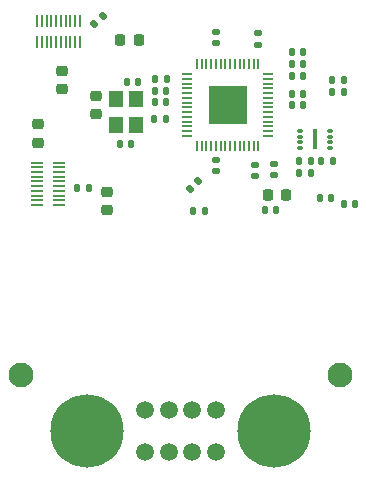
<source format=gbr>
G04 #@! TF.GenerationSoftware,KiCad,Pcbnew,7.0.7*
G04 #@! TF.CreationDate,2023-08-29T23:24:06-04:00*
G04 #@! TF.ProjectId,MicrocontrollerInputModule,4d696372-6f63-46f6-9e74-726f6c6c6572,V2*
G04 #@! TF.SameCoordinates,Original*
G04 #@! TF.FileFunction,Soldermask,Bot*
G04 #@! TF.FilePolarity,Negative*
%FSLAX46Y46*%
G04 Gerber Fmt 4.6, Leading zero omitted, Abs format (unit mm)*
G04 Created by KiCad (PCBNEW 7.0.7) date 2023-08-29 23:24:06*
%MOMM*%
%LPD*%
G01*
G04 APERTURE LIST*
G04 Aperture macros list*
%AMRoundRect*
0 Rectangle with rounded corners*
0 $1 Rounding radius*
0 $2 $3 $4 $5 $6 $7 $8 $9 X,Y pos of 4 corners*
0 Add a 4 corners polygon primitive as box body*
4,1,4,$2,$3,$4,$5,$6,$7,$8,$9,$2,$3,0*
0 Add four circle primitives for the rounded corners*
1,1,$1+$1,$2,$3*
1,1,$1+$1,$4,$5*
1,1,$1+$1,$6,$7*
1,1,$1+$1,$8,$9*
0 Add four rect primitives between the rounded corners*
20,1,$1+$1,$2,$3,$4,$5,0*
20,1,$1+$1,$4,$5,$6,$7,0*
20,1,$1+$1,$6,$7,$8,$9,0*
20,1,$1+$1,$8,$9,$2,$3,0*%
G04 Aperture macros list end*
%ADD10C,1.500000*%
%ADD11C,2.100000*%
%ADD12RoundRect,0.140000X-0.140000X-0.170000X0.140000X-0.170000X0.140000X0.170000X-0.140000X0.170000X0*%
%ADD13RoundRect,0.225000X-0.250000X0.225000X-0.250000X-0.225000X0.250000X-0.225000X0.250000X0.225000X0*%
%ADD14C,6.200000*%
%ADD15RoundRect,0.050000X0.050000X-0.387500X0.050000X0.387500X-0.050000X0.387500X-0.050000X-0.387500X0*%
%ADD16RoundRect,0.050000X0.387500X-0.050000X0.387500X0.050000X-0.387500X0.050000X-0.387500X-0.050000X0*%
%ADD17R,3.200000X3.200000*%
%ADD18RoundRect,0.135000X0.135000X0.185000X-0.135000X0.185000X-0.135000X-0.185000X0.135000X-0.185000X0*%
%ADD19RoundRect,0.147500X0.172500X-0.147500X0.172500X0.147500X-0.172500X0.147500X-0.172500X-0.147500X0*%
%ADD20RoundRect,0.225000X-0.225000X-0.250000X0.225000X-0.250000X0.225000X0.250000X-0.225000X0.250000X0*%
%ADD21RoundRect,0.225000X0.250000X-0.225000X0.250000X0.225000X-0.250000X0.225000X-0.250000X-0.225000X0*%
%ADD22RoundRect,0.147500X0.147500X0.172500X-0.147500X0.172500X-0.147500X-0.172500X0.147500X-0.172500X0*%
%ADD23RoundRect,0.075000X-0.187500X-0.075000X0.187500X-0.075000X0.187500X0.075000X-0.187500X0.075000X0*%
%ADD24R,0.300000X1.700000*%
%ADD25RoundRect,0.135000X-0.135000X-0.185000X0.135000X-0.185000X0.135000X0.185000X-0.135000X0.185000X0*%
%ADD26RoundRect,0.140000X0.170000X-0.140000X0.170000X0.140000X-0.170000X0.140000X-0.170000X-0.140000X0*%
%ADD27R,1.200000X1.400000*%
%ADD28R,1.000000X0.200000*%
%ADD29RoundRect,0.135000X0.035355X-0.226274X0.226274X-0.035355X-0.035355X0.226274X-0.226274X0.035355X0*%
%ADD30RoundRect,0.140000X-0.170000X0.140000X-0.170000X-0.140000X0.170000X-0.140000X0.170000X0.140000X0*%
%ADD31RoundRect,0.225000X0.225000X0.250000X-0.225000X0.250000X-0.225000X-0.250000X0.225000X-0.250000X0*%
%ADD32RoundRect,0.147500X-0.017678X0.226274X-0.226274X0.017678X0.017678X-0.226274X0.226274X-0.017678X0*%
%ADD33RoundRect,0.140000X0.140000X0.170000X-0.140000X0.170000X-0.140000X-0.170000X0.140000X-0.170000X0*%
%ADD34RoundRect,0.147500X-0.147500X-0.172500X0.147500X-0.172500X0.147500X0.172500X-0.147500X0.172500X0*%
%ADD35R,0.200000X1.000000*%
G04 APERTURE END LIST*
D10*
X63915000Y-175750000D03*
X63915000Y-172250000D03*
X65915000Y-175750000D03*
X65915000Y-172250000D03*
X67915000Y-175750000D03*
X67915000Y-172250000D03*
X69915000Y-175750000D03*
X69915000Y-172250000D03*
D11*
X80420000Y-169300000D03*
X53410000Y-169300000D03*
D12*
X76300000Y-146415000D03*
X77260000Y-146415000D03*
X76315000Y-142934000D03*
X77275000Y-142934000D03*
D13*
X60680000Y-153740000D03*
X60680000Y-155290000D03*
D14*
X59010000Y-174000000D03*
D15*
X73500000Y-149837500D03*
X73100000Y-149837500D03*
X72700000Y-149837500D03*
X72300000Y-149837500D03*
X71900000Y-149837500D03*
X71500000Y-149837500D03*
X71100000Y-149837500D03*
X70700000Y-149837500D03*
X70300000Y-149837500D03*
X69900000Y-149837500D03*
X69500000Y-149837500D03*
X69100000Y-149837500D03*
X68700000Y-149837500D03*
X68300000Y-149837500D03*
D16*
X67462500Y-149000000D03*
X67462500Y-148600000D03*
X67462500Y-148200000D03*
X67462500Y-147800000D03*
X67462500Y-147400000D03*
X67462500Y-147000000D03*
X67462500Y-146600000D03*
X67462500Y-146200000D03*
X67462500Y-145800000D03*
X67462500Y-145400000D03*
X67462500Y-145000000D03*
X67462500Y-144600000D03*
X67462500Y-144200000D03*
X67462500Y-143800000D03*
D15*
X68300000Y-142962500D03*
X68700000Y-142962500D03*
X69100000Y-142962500D03*
X69500000Y-142962500D03*
X69900000Y-142962500D03*
X70300000Y-142962500D03*
X70700000Y-142962500D03*
X71100000Y-142962500D03*
X71500000Y-142962500D03*
X71900000Y-142962500D03*
X72300000Y-142962500D03*
X72700000Y-142962500D03*
X73100000Y-142962500D03*
X73500000Y-142962500D03*
D16*
X74337500Y-143800000D03*
X74337500Y-144200000D03*
X74337500Y-144600000D03*
X74337500Y-145000000D03*
X74337500Y-145400000D03*
X74337500Y-145800000D03*
X74337500Y-146200000D03*
X74337500Y-146600000D03*
X74337500Y-147000000D03*
X74337500Y-147400000D03*
X74337500Y-147800000D03*
X74337500Y-148200000D03*
X74337500Y-148600000D03*
X74337500Y-149000000D03*
D17*
X70900000Y-146400000D03*
D18*
X69000000Y-155400000D03*
X67980000Y-155400000D03*
D19*
X73210000Y-152410000D03*
X73210000Y-151440000D03*
D18*
X77920000Y-152116000D03*
X76900000Y-152116000D03*
D20*
X74316000Y-154020000D03*
X75866000Y-154020000D03*
D21*
X54820000Y-149590000D03*
X54820000Y-148040000D03*
D12*
X76300000Y-145490000D03*
X77260000Y-145490000D03*
X61784000Y-149702000D03*
X62744000Y-149702000D03*
D22*
X75000000Y-155300000D03*
X74030000Y-155300000D03*
D23*
X77025000Y-150071000D03*
X77025000Y-149571000D03*
X77025000Y-149071000D03*
X77025000Y-148571000D03*
X79600000Y-148571000D03*
X79600000Y-149071000D03*
X79600000Y-149571000D03*
X79600000Y-150071000D03*
D24*
X78312500Y-149321000D03*
D13*
X56860000Y-143530000D03*
X56860000Y-145080000D03*
D18*
X77920000Y-151100000D03*
X76900000Y-151100000D03*
D25*
X58100000Y-153450000D03*
X59120000Y-153450000D03*
D12*
X76315000Y-143950000D03*
X77275000Y-143950000D03*
D26*
X73500000Y-141300000D03*
X73500000Y-140340000D03*
D27*
X63114000Y-145935000D03*
X63114000Y-148135000D03*
X61414000Y-148135000D03*
X61414000Y-145935000D03*
D28*
X56575000Y-151275000D03*
X56575000Y-151675000D03*
X56575000Y-152075000D03*
X56575000Y-152475000D03*
X56575000Y-152875000D03*
X56575000Y-153275000D03*
X56575000Y-153675000D03*
X56575000Y-154075000D03*
X56575000Y-154475000D03*
X56575000Y-154875000D03*
X54775000Y-154875000D03*
X54775000Y-154475000D03*
X54775000Y-154075000D03*
X54775000Y-153675000D03*
X54775000Y-153275000D03*
X54775000Y-152875000D03*
X54775000Y-152475000D03*
X54775000Y-152075000D03*
X54775000Y-151675000D03*
X54775000Y-151275000D03*
D29*
X59580000Y-139560000D03*
X60301248Y-138838752D03*
D18*
X80775000Y-145316000D03*
X79755000Y-145316000D03*
D13*
X59777000Y-145650000D03*
X59777000Y-147200000D03*
D12*
X62340000Y-144450000D03*
X63300000Y-144450000D03*
D30*
X74800000Y-151400000D03*
X74800000Y-152360000D03*
D12*
X78835000Y-151100000D03*
X79795000Y-151100000D03*
D14*
X74820000Y-174000000D03*
D26*
X69884000Y-141165000D03*
X69884000Y-140205000D03*
D18*
X80775000Y-144300000D03*
X79755000Y-144300000D03*
D30*
X69884000Y-151050000D03*
X69884000Y-152010000D03*
D22*
X81700000Y-154800000D03*
X80730000Y-154800000D03*
D31*
X63350000Y-140890000D03*
X61800000Y-140890000D03*
D12*
X76315000Y-141918000D03*
X77275000Y-141918000D03*
D32*
X68380000Y-152830000D03*
X67694106Y-153515894D03*
D33*
X65660000Y-145200000D03*
X64700000Y-145200000D03*
D34*
X78670000Y-154274000D03*
X79640000Y-154274000D03*
D35*
X58375000Y-141075000D03*
X57975000Y-141075000D03*
X57575000Y-141075000D03*
X57175000Y-141075000D03*
X56775000Y-141075000D03*
X56375000Y-141075000D03*
X55975000Y-141075000D03*
X55575000Y-141075000D03*
X55175000Y-141075000D03*
X54775000Y-141075000D03*
X54775000Y-139275000D03*
X55175000Y-139275000D03*
X55575000Y-139275000D03*
X55975000Y-139275000D03*
X56375000Y-139275000D03*
X56775000Y-139275000D03*
X57175000Y-139275000D03*
X57575000Y-139275000D03*
X57975000Y-139275000D03*
X58375000Y-139275000D03*
D25*
X64690000Y-147610000D03*
X65710000Y-147610000D03*
D33*
X65660000Y-146175000D03*
X64700000Y-146175000D03*
D25*
X64730000Y-144200000D03*
X65750000Y-144200000D03*
M02*

</source>
